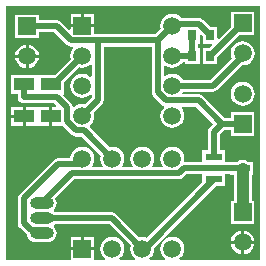
<source format=gtl>
G04 Layer_Physical_Order=1*
G04 Layer_Color=255*
%FSLAX44Y44*%
%MOMM*%
G71*
G01*
G75*
%ADD10R,0.7000X0.9000*%
%ADD11R,1.4500X0.6000*%
%ADD12R,1.7000X1.1000*%
%ADD13C,0.5000*%
%ADD14C,1.0000*%
%ADD15O,2.0000X1.0000*%
%ADD16O,2.0000X1.0000*%
%ADD17R,1.5000X1.5000*%
%ADD18C,1.5000*%
%ADD19R,1.5000X1.5000*%
G36*
X220000Y5000D02*
X151928D01*
X151497Y6270D01*
X152761Y7239D01*
X154370Y9337D01*
X155382Y11779D01*
X155727Y14400D01*
X155382Y17021D01*
X154370Y19463D01*
X152761Y21561D01*
X150663Y23170D01*
X148221Y24182D01*
X145600Y24527D01*
X142979Y24182D01*
X140537Y23170D01*
X138439Y21561D01*
X136830Y19463D01*
X135818Y17021D01*
X135473Y14400D01*
X135818Y11779D01*
X136830Y9337D01*
X138439Y7239D01*
X139703Y6270D01*
X139272Y5000D01*
X126528D01*
X126097Y6270D01*
X127361Y7239D01*
X128970Y9337D01*
X129982Y11779D01*
X130327Y14400D01*
X130221Y15204D01*
X182477Y67460D01*
X190540D01*
Y77361D01*
X194460D01*
Y76960D01*
X197395D01*
Y55040D01*
X194960D01*
Y34960D01*
X215040D01*
Y55040D01*
X212605D01*
Y76960D01*
X214040D01*
Y88040D01*
X209188D01*
X208803Y88336D01*
X206968Y89096D01*
X205000Y89355D01*
X203032Y89096D01*
X201197Y88336D01*
X200812Y88040D01*
X194460D01*
Y87639D01*
X190540D01*
Y97540D01*
X185889D01*
Y111122D01*
X189629Y114861D01*
X194960D01*
Y109960D01*
X215040D01*
Y130040D01*
X194960D01*
Y125139D01*
X189629D01*
X171374Y143394D01*
X169706Y144508D01*
X167740Y144899D01*
X154177D01*
X153550Y146169D01*
X154312Y147161D01*
X179928D01*
X181894Y147552D01*
X183561Y148666D01*
X204442Y169547D01*
X205000Y169473D01*
X207621Y169818D01*
X210063Y170830D01*
X212161Y172439D01*
X213770Y174537D01*
X214782Y176979D01*
X215127Y179600D01*
X214782Y182221D01*
X213770Y184663D01*
X212161Y186761D01*
X210063Y188370D01*
X207621Y189382D01*
X205000Y189727D01*
X202379Y189382D01*
X199937Y188370D01*
X197839Y186761D01*
X196230Y184663D01*
X195218Y182221D01*
X194873Y179600D01*
X195218Y176979D01*
X195840Y175479D01*
X177799Y157439D01*
X154312D01*
X152761Y159461D01*
X150663Y161070D01*
X148221Y162082D01*
X145600Y162427D01*
X142979Y162082D01*
X140537Y161070D01*
X139469Y160250D01*
X138199Y160877D01*
Y169123D01*
X139469Y169750D01*
X140537Y168930D01*
X142979Y167918D01*
X145600Y167573D01*
X148221Y167918D01*
X150663Y168930D01*
X152761Y170539D01*
X154312Y172561D01*
X156460D01*
Y170460D01*
X168540D01*
Y184540D01*
X167639D01*
Y187960D01*
X168540D01*
Y195161D01*
X169713Y195647D01*
X171460Y193900D01*
Y187960D01*
X179033D01*
X179520Y186787D01*
X177273Y184540D01*
X171460D01*
Y170460D01*
X183540D01*
Y176273D01*
X202227Y194960D01*
X215040D01*
Y215040D01*
X194960D01*
Y202227D01*
X184713Y191981D01*
X183540Y192467D01*
Y202040D01*
X177855D01*
X171721Y208174D01*
X170054Y209288D01*
X168088Y209679D01*
X153207D01*
X152761Y210261D01*
X150663Y211870D01*
X148221Y212882D01*
X145600Y213227D01*
X142979Y212882D01*
X140537Y211870D01*
X138439Y210261D01*
X136830Y208163D01*
X135818Y205721D01*
X135473Y203100D01*
X135806Y200573D01*
X130932Y195699D01*
X79440D01*
Y201830D01*
X59360D01*
Y199939D01*
X58187Y199453D01*
X51506Y206134D01*
X49839Y207248D01*
X47872Y207639D01*
X32540D01*
Y212540D01*
X12460D01*
Y192460D01*
X32540D01*
Y197361D01*
X45744D01*
X56179Y186926D01*
X57846Y185812D01*
X59812Y185421D01*
X61069D01*
X61695Y184151D01*
X60630Y182763D01*
X59618Y180321D01*
X59273Y177700D01*
X59606Y175173D01*
X45973Y161540D01*
X31460D01*
Y161540D01*
X31040D01*
Y161540D01*
X8960D01*
Y145460D01*
X14861D01*
Y142500D01*
X15252Y140534D01*
X16366Y138866D01*
X18033Y137752D01*
X20000Y137361D01*
X45499D01*
X47147Y135713D01*
X46661Y134540D01*
X43770D01*
Y126500D01*
Y118460D01*
X52839D01*
X60572Y110726D01*
X62239Y109612D01*
X64206Y109221D01*
X68911D01*
X85006Y93127D01*
X84673Y90600D01*
X85018Y87979D01*
X86030Y85537D01*
X86849Y84469D01*
X86223Y83199D01*
X77977D01*
X77350Y84469D01*
X78170Y85537D01*
X79182Y87979D01*
X79527Y90600D01*
X79182Y93221D01*
X78170Y95663D01*
X76561Y97761D01*
X74463Y99370D01*
X72021Y100382D01*
X69400Y100727D01*
X66779Y100382D01*
X64337Y99370D01*
X62239Y97761D01*
X60630Y95663D01*
X59618Y93221D01*
X59292Y90739D01*
X48701D01*
X46735Y90347D01*
X45068Y89234D01*
X16326Y60492D01*
X15213Y58825D01*
X14821Y56859D01*
Y35841D01*
X15213Y33875D01*
X16326Y32208D01*
X22208Y26326D01*
X22554Y26095D01*
X22654Y25332D01*
X23414Y23498D01*
X24622Y21922D01*
X26198Y20714D01*
X28032Y19954D01*
X30000Y19695D01*
X40000D01*
X41968Y19954D01*
X43803Y20714D01*
X45378Y21922D01*
X46586Y23498D01*
X47346Y25332D01*
X47605Y27300D01*
X47346Y29268D01*
X46586Y31102D01*
X45378Y32678D01*
X45306Y32733D01*
X45242Y34148D01*
X45969Y34861D01*
X92472D01*
X110406Y16927D01*
X110073Y14400D01*
X110418Y11779D01*
X111430Y9337D01*
X113039Y7239D01*
X114303Y6270D01*
X113872Y5000D01*
X101128D01*
X100697Y6270D01*
X101961Y7239D01*
X103570Y9337D01*
X104582Y11779D01*
X104927Y14400D01*
X104582Y17021D01*
X103570Y19463D01*
X101961Y21561D01*
X99863Y23170D01*
X97421Y24182D01*
X94800Y24527D01*
X92179Y24182D01*
X89737Y23170D01*
X87639Y21561D01*
X86030Y19463D01*
X85018Y17021D01*
X84673Y14400D01*
X85018Y11779D01*
X86030Y9337D01*
X87639Y7239D01*
X88903Y6270D01*
X88472Y5000D01*
X79440D01*
Y13130D01*
X69400D01*
X59360D01*
Y5000D01*
X5000D01*
Y220000D01*
X220000D01*
Y5000D01*
D02*
G37*
G36*
X77361Y169580D02*
Y160420D01*
X76091Y159821D01*
X74463Y161070D01*
X72021Y162082D01*
X69400Y162427D01*
X66779Y162082D01*
X64337Y161070D01*
X62239Y159461D01*
X60630Y157363D01*
X59618Y154921D01*
X59273Y152300D01*
X59618Y149679D01*
X60630Y147237D01*
X62239Y145139D01*
X64337Y143530D01*
X66779Y142518D01*
X69400Y142173D01*
X72021Y142518D01*
X74463Y143530D01*
X76091Y144779D01*
X77361Y144179D01*
Y142128D01*
X71927Y136694D01*
X69400Y137027D01*
X66779Y136682D01*
X64337Y135670D01*
X62407Y134189D01*
X62361Y134185D01*
X61694Y134324D01*
X61072Y134625D01*
X60788Y136054D01*
X59674Y137721D01*
X53070Y144325D01*
X53540Y145460D01*
X53540D01*
Y154573D01*
X66873Y167906D01*
X69400Y167573D01*
X72021Y167918D01*
X74463Y168930D01*
X76091Y170179D01*
X77361Y169580D01*
D02*
G37*
G36*
X127921Y147106D02*
X128312Y145139D01*
X129426Y143472D01*
X136772Y136126D01*
X137987Y135315D01*
X138162Y134829D01*
X138257Y134016D01*
X138211Y133763D01*
X136830Y131963D01*
X135818Y129521D01*
X135473Y126900D01*
X135818Y124279D01*
X136830Y121837D01*
X138439Y119739D01*
X140537Y118130D01*
X142979Y117118D01*
X145600Y116773D01*
X148221Y117118D01*
X150663Y118130D01*
X152761Y119739D01*
X154370Y121837D01*
X155382Y124279D01*
X155727Y126900D01*
X155382Y129521D01*
X154370Y131963D01*
X153305Y133351D01*
X153931Y134621D01*
X165611D01*
X180233Y120000D01*
X177116Y116884D01*
X176002Y115217D01*
X175611Y113250D01*
Y97540D01*
X170960D01*
Y87639D01*
X156540D01*
X155504Y88909D01*
X155727Y90600D01*
X155382Y93221D01*
X154370Y95663D01*
X152761Y97761D01*
X150663Y99370D01*
X148221Y100382D01*
X145600Y100727D01*
X142979Y100382D01*
X140537Y99370D01*
X138439Y97761D01*
X136830Y95663D01*
X135818Y93221D01*
X135473Y90600D01*
X135818Y87979D01*
X136830Y85537D01*
X137649Y84469D01*
X137023Y83199D01*
X128777D01*
X128150Y84469D01*
X128970Y85537D01*
X129982Y87979D01*
X130327Y90600D01*
X129982Y93221D01*
X128970Y95663D01*
X127361Y97761D01*
X125263Y99370D01*
X122821Y100382D01*
X120200Y100727D01*
X117579Y100382D01*
X115137Y99370D01*
X113039Y97761D01*
X111430Y95663D01*
X110418Y93221D01*
X110073Y90600D01*
X110418Y87979D01*
X111430Y85537D01*
X112249Y84469D01*
X111623Y83199D01*
X103377D01*
X102750Y84469D01*
X103570Y85537D01*
X104582Y87979D01*
X104927Y90600D01*
X104582Y93221D01*
X103570Y95663D01*
X101961Y97761D01*
X99863Y99370D01*
X97421Y100382D01*
X94800Y100727D01*
X92273Y100394D01*
X75411Y117256D01*
X75496Y118923D01*
X76561Y119739D01*
X78170Y121837D01*
X79182Y124279D01*
X79527Y126900D01*
X79194Y129427D01*
X86134Y136366D01*
X87248Y138034D01*
X87639Y140000D01*
Y185421D01*
X127921D01*
Y147106D01*
D02*
G37*
G36*
X170960Y70477D02*
X124124Y23642D01*
X122821Y24182D01*
X120200Y24527D01*
X117673Y24194D01*
X98234Y43634D01*
X96566Y44748D01*
X94600Y45139D01*
X45561D01*
X45378Y45378D01*
X44938Y45715D01*
Y46985D01*
X45378Y47322D01*
X46586Y48898D01*
X47346Y50732D01*
X47605Y52700D01*
X47346Y54668D01*
X46586Y56502D01*
X46362Y56795D01*
X62488Y72921D01*
X150794D01*
X152761Y73312D01*
X154428Y74426D01*
X157363Y77361D01*
X170960D01*
Y70477D01*
D02*
G37*
%LPC*%
G36*
X79440Y213140D02*
X70670D01*
Y204370D01*
X79440D01*
Y213140D01*
D02*
G37*
G36*
X68130D02*
X59360D01*
Y204370D01*
X68130D01*
Y213140D01*
D02*
G37*
G36*
X23770Y187059D02*
Y178370D01*
X32459D01*
X32282Y179721D01*
X31270Y182163D01*
X29661Y184261D01*
X27563Y185870D01*
X25121Y186882D01*
X23770Y187059D01*
D02*
G37*
G36*
X21230D02*
X19879Y186882D01*
X17437Y185870D01*
X15339Y184261D01*
X13730Y182163D01*
X12718Y179721D01*
X12541Y178370D01*
X21230D01*
Y187059D01*
D02*
G37*
G36*
X32459Y175830D02*
X23770D01*
Y167141D01*
X25121Y167318D01*
X27563Y168330D01*
X29661Y169939D01*
X31270Y172037D01*
X32282Y174479D01*
X32459Y175830D01*
D02*
G37*
G36*
X21230D02*
X12541D01*
X12718Y174479D01*
X13730Y172037D01*
X15339Y169939D01*
X17437Y168330D01*
X19879Y167318D01*
X21230Y167141D01*
Y175830D01*
D02*
G37*
G36*
X205000Y155527D02*
X202379Y155182D01*
X199937Y154170D01*
X197839Y152561D01*
X196230Y150463D01*
X195218Y148021D01*
X194873Y145400D01*
X195218Y142779D01*
X196230Y140337D01*
X197839Y138239D01*
X199937Y136630D01*
X202379Y135618D01*
X205000Y135273D01*
X207621Y135618D01*
X210063Y136630D01*
X212161Y138239D01*
X213770Y140337D01*
X214782Y142779D01*
X215127Y145400D01*
X214782Y148021D01*
X213770Y150463D01*
X212161Y152561D01*
X210063Y154170D01*
X207621Y155182D01*
X205000Y155527D01*
D02*
G37*
G36*
X18730Y134540D02*
X8960D01*
Y127770D01*
X18730D01*
Y134540D01*
D02*
G37*
G36*
Y125230D02*
X8960D01*
Y118460D01*
X18730D01*
Y125230D01*
D02*
G37*
G36*
X31460Y134540D02*
X30190Y134540D01*
X21270D01*
Y126500D01*
Y118460D01*
X30190D01*
X31040Y118460D01*
X32310Y118460D01*
X41230D01*
Y126500D01*
Y134540D01*
X32310D01*
X31460Y134540D01*
D02*
G37*
G36*
X206270Y29559D02*
Y20870D01*
X214959D01*
X214782Y22221D01*
X213770Y24663D01*
X212161Y26761D01*
X210063Y28370D01*
X207621Y29382D01*
X206270Y29559D01*
D02*
G37*
G36*
X203730D02*
X202379Y29382D01*
X199937Y28370D01*
X197839Y26761D01*
X196230Y24663D01*
X195218Y22221D01*
X195041Y20870D01*
X203730D01*
Y29559D01*
D02*
G37*
G36*
X79440Y24440D02*
X70670D01*
Y15670D01*
X79440D01*
Y24440D01*
D02*
G37*
G36*
X68130D02*
X59360D01*
Y15670D01*
X68130D01*
Y24440D01*
D02*
G37*
G36*
X214959Y18330D02*
X206270D01*
Y9641D01*
X207621Y9818D01*
X210063Y10830D01*
X212161Y12439D01*
X213770Y14537D01*
X214782Y16979D01*
X214959Y18330D01*
D02*
G37*
G36*
X203730D02*
X195041D01*
X195218Y16979D01*
X196230Y14537D01*
X197839Y12439D01*
X199937Y10830D01*
X202379Y9818D01*
X203730Y9641D01*
Y18330D01*
D02*
G37*
%LPD*%
D10*
X162500Y177500D02*
D03*
X177500D02*
D03*
X162500Y195000D02*
D03*
X177500D02*
D03*
D11*
X180750Y92000D02*
D03*
Y73000D02*
D03*
X204250Y82500D02*
D03*
D12*
X42500Y153500D02*
D03*
Y126500D02*
D03*
X20000Y153500D02*
D03*
Y126500D02*
D03*
D13*
X25841Y29960D02*
X35000D01*
X64400Y85600D02*
X69400Y90600D01*
X48701Y85600D02*
X64400D01*
X19960Y56859D02*
X48701Y85600D01*
X19960Y35841D02*
Y56859D01*
Y35841D02*
X25841Y29960D01*
X35000Y27300D02*
Y29960D01*
X155234Y82500D02*
X204250D01*
X150794Y78060D02*
X155234Y82500D01*
X60360Y78060D02*
X150794D01*
X35000Y52700D02*
X60360Y78060D01*
X94600Y40000D02*
X120200Y14400D01*
X35000Y40000D02*
X94600D01*
X147040Y204540D02*
X168088D01*
X177500Y195128D01*
Y195000D02*
Y195128D01*
X162300Y177700D02*
X162500Y177500D01*
Y177900D02*
Y195000D01*
X180750Y113250D02*
X187500Y120000D01*
X180750Y92000D02*
Y113250D01*
X177500Y177500D02*
X177500D01*
X205000Y205000D01*
X122150Y14400D02*
X180750Y73000D01*
X204250Y82500D02*
X205000Y81750D01*
X145600Y152300D02*
X179928D01*
X205000Y177372D01*
Y179600D01*
X145600Y177700D02*
X162300D01*
X20000Y142500D02*
Y153500D01*
Y142500D02*
X47628D01*
X56040Y134088D01*
Y122526D02*
Y134088D01*
Y122526D02*
X64206Y114360D01*
X71040D01*
X94800Y90600D01*
X45200Y153500D02*
X69400Y177700D01*
X187500Y120000D02*
X205000D01*
X167740Y139760D02*
X187500Y120000D01*
X140406Y139760D02*
X167740D01*
X133060Y147106D02*
X140406Y139760D01*
X133060Y147106D02*
Y190560D01*
X82500D02*
X133060D01*
X59812D02*
X82500D01*
Y140000D02*
Y190560D01*
X69400Y126900D02*
X82500Y140000D01*
X133060Y190560D02*
X145600Y203100D01*
X47872Y202500D02*
X59812Y190560D01*
X22500Y202500D02*
X47872D01*
D14*
X205000Y45000D02*
Y81750D01*
D15*
X35000Y27300D02*
D03*
Y40000D02*
D03*
D16*
Y52700D02*
D03*
D17*
X69400Y14400D02*
D03*
X205000Y45000D02*
D03*
Y205000D02*
D03*
Y120000D02*
D03*
X22500Y202500D02*
D03*
D18*
X94800Y14400D02*
D03*
X120200D02*
D03*
X145600D02*
D03*
X69400Y90600D02*
D03*
X94800D02*
D03*
X120200D02*
D03*
X145600D02*
D03*
X205000Y19600D02*
D03*
Y179600D02*
D03*
Y145400D02*
D03*
X69400Y177700D02*
D03*
Y152300D02*
D03*
Y126900D02*
D03*
X145600Y203100D02*
D03*
Y177700D02*
D03*
Y152300D02*
D03*
Y126900D02*
D03*
X22500Y177100D02*
D03*
D19*
X69400Y203100D02*
D03*
M02*

</source>
